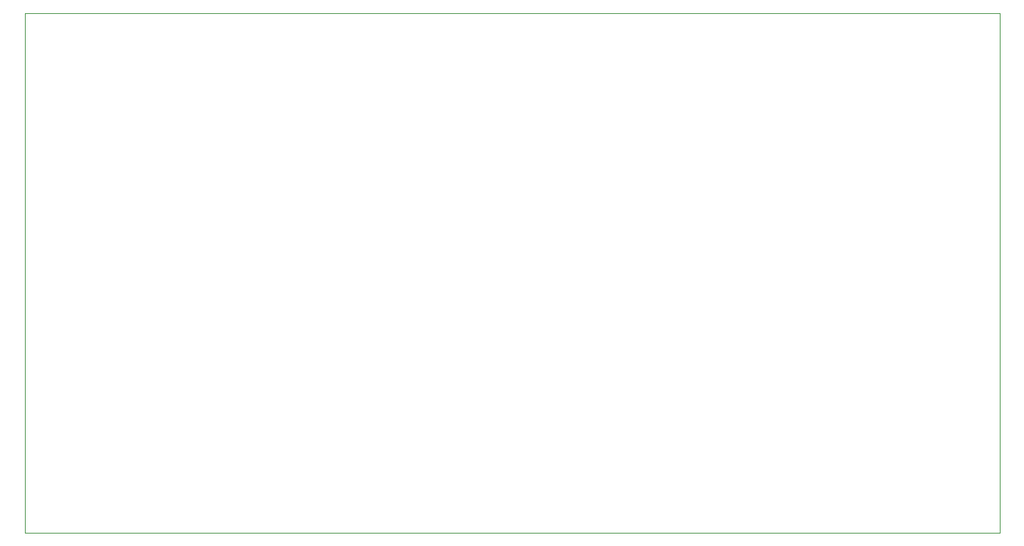
<source format=gbr>
%TF.GenerationSoftware,KiCad,Pcbnew,(5.1.10)-1*%
%TF.CreationDate,2022-06-03T10:18:56+01:00*%
%TF.ProjectId,GTI_V3,4754495f-5633-42e6-9b69-6361645f7063,rev?*%
%TF.SameCoordinates,Original*%
%TF.FileFunction,Profile,NP*%
%FSLAX46Y46*%
G04 Gerber Fmt 4.6, Leading zero omitted, Abs format (unit mm)*
G04 Created by KiCad (PCBNEW (5.1.10)-1) date 2022-06-03 10:18:56*
%MOMM*%
%LPD*%
G01*
G04 APERTURE LIST*
%TA.AperFunction,Profile*%
%ADD10C,0.100000*%
%TD*%
G04 APERTURE END LIST*
D10*
X212500000Y-60000000D02*
X212500000Y-120000000D01*
X100000000Y-60000000D02*
X212500000Y-60000000D01*
X100000000Y-120000000D02*
X100000000Y-60000000D01*
X212500000Y-120000000D02*
X100000000Y-120000000D01*
M02*

</source>
